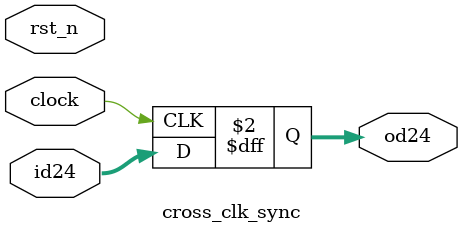
<source format=v>
module cross_clk_sync(
	clock,                              
	rst_n,                            
	id24,
	od24
);
parameter  DSIZE = 8 ;
parameter  LAT   = 1 ;

input   clock ;
input   rst_n ;
input   [DSIZE-1:0]    id24  ;
output  [DSIZE-1:0]    od24  ;
reg     [DSIZE-1:0]    od24  ;


always @ (posedge clock)
begin
	od24 <=   id24 ;
end


endmodule


</source>
